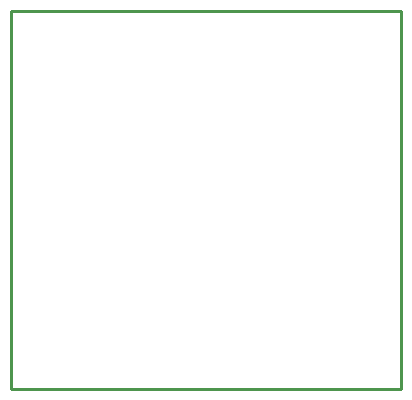
<source format=gbr>
G04 EAGLE Gerber RS-274X export*
G75*
%MOMM*%
%FSLAX34Y34*%
%LPD*%
%IN*%
%IPPOS*%
%AMOC8*
5,1,8,0,0,1.08239X$1,22.5*%
G01*
%ADD10C,0.254000*%


D10*
X0Y0D02*
X330000Y0D01*
X330000Y320000D01*
X0Y320000D01*
X0Y0D01*
M02*

</source>
